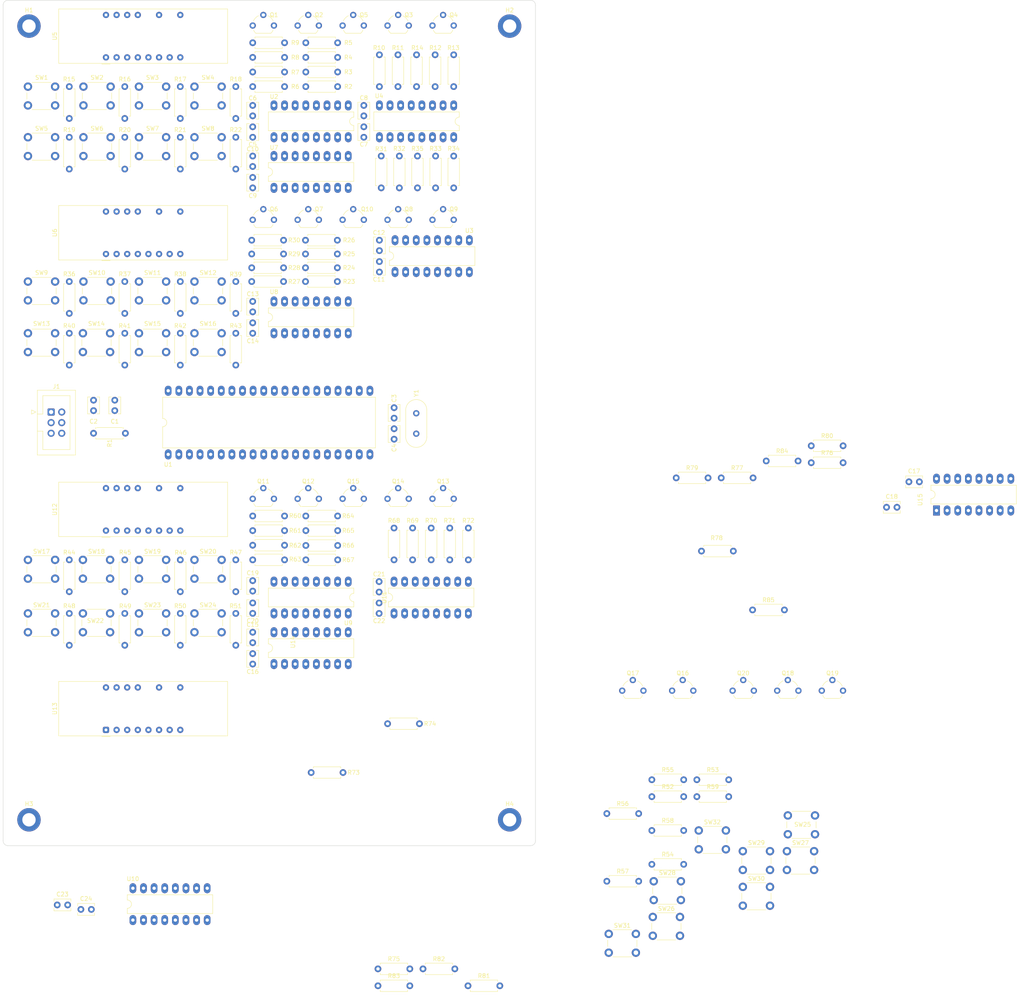
<source format=kicad_pcb>
(kicad_pcb (version 20211014) (generator pcbnew)
  (layers (0 "F.Cu" signal) (31 "B.Cu" signal) (34 "B.Paste" user) (35 "F.Paste" user) (36 "B.SilkS" user "B.Silkscreen") (37 "F.SilkS" user "F.Silkscreen") (38 "B.Mask" user) (39 "F.Mask" user) (44 "Edge.Cuts" user))
  (net 0 "")
  (net 3 "/MISO")
  (net 4 "/SCK")
  (net 5 "/MOSI")
  (net 6 "/Reset")
  (net 7 "Net-(Q6-Pad3)")
  (net 8 "Net-(Q7-Pad3)")
  (net 9 "Net-(Q8-Pad3)")
  (net 10 "Net-(Q9-Pad3)")
  (net 13 "Net-(R2-Pad1)")
  (net 21 "Net-(Q6-Pad2)")
  (net 22 "Net-(R3-Pad1)")
  (net 23 "Net-(Q10-Pad3)")
  (net 24 "Net-(R4-Pad1)")
  (net 25 "Net-(Q7-Pad2)")
  (net 26 "Net-(R5-Pad1)")
  (net 27 "Net-(R2-Pad2)")
  (net 28 "Net-(R6-Pad1)")
  (net 29 "Net-(Q8-Pad2)")
  (net 30 "Net-(R7-Pad1)")
  (net 31 "Net-(R7-Pad2)")
  (net 32 "Net-(R8-Pad1)")
  (net 33 "Net-(R8-Pad2)")
  (net 34 "+5V")
  (net 35 "GND")
  (net 36 "Net-(Q1-Pad2)")
  (net 37 "Net-(C3-Pad1)")
  (net 38 "Net-(Q1-Pad3)")
  (net 39 "Net-(Q2-Pad2)")
  (net 44 "Net-(C4-Pad1)")
  (net 45 "Net-(Q2-Pad3)")
  (net 46 "Net-(Q3-Pad2)")
  (net 47 "Net-(Q3-Pad3)")
  (net 48 "Net-(Q4-Pad2)")
  (net 49 "Net-(Q4-Pad3)")
  (net 50 "Net-(Q5-Pad2)")
  (net 51 "Net-(Q5-Pad3)")
  (net 52 "Net-(R9-Pad1)")
  (net 53 "Net-(R9-Pad2)")
  (net 54 "Net-(R3-Pad2)")
  (net 55 "Net-(R4-Pad2)")
  (net 56 "Net-(R5-Pad2)")
  (net 57 "Net-(R6-Pad2)")
  (net 58 "Net-(Q9-Pad2)")
  (net 59 "/PD0")
  (net 60 "Net-(Q10-Pad2)")
  (net 61 "/PD1")
  (net 62 "/PD2")
  (net 63 "/PD3")
  (net 64 "Net-(R44-Pad2)")
  (net 65 "Net-(R22-Pad2)")
  (net 66 "Net-(R45-Pad2)")
  (net 67 "/PA3")
  (net 68 "/PA2")
  (net 69 "/PA1")
  (net 70 "/PA0")
  (net 71 "/Display_life/D2_CA3")
  (net 72 "/Display_life/D2_CA5")
  (net 73 "/Display_life/D2_CA1")
  (net 74 "/Display_life/D2_CA2")
  (net 75 "/Display_life/D2_CA4")
  (net 76 "/Display_life/D1_CA1")
  (net 77 "/Display_life/D1_CA2")
  (net 78 "/Display_life/D1_CA3")
  (net 79 "/Display_life/D1_CA4")
  (net 80 "/Display_life/D1_CA5")
  (net 81 "/PB1")
  (net 82 "/PB2")
  (net 83 "/PB3")
  (net 84 "/Display_life/2nd_Bitshifter")
  (net 85 "Net-(R15-Pad2)")
  (net 86 "Net-(R16-Pad2)")
  (net 87 "Net-(R17-Pad2)")
  (net 88 "Net-(R18-Pad2)")
  (net 89 "Net-(R19-Pad2)")
  (net 90 "Net-(R20-Pad2)")
  (net 91 "Net-(R21-Pad2)")
  (net 92 "Net-(R23-Pad1)")
  (net 93 "Net-(R23-Pad2)")
  (net 94 "Net-(R24-Pad1)")
  (net 95 "Net-(R24-Pad2)")
  (net 96 "Net-(R25-Pad1)")
  (net 97 "Net-(R25-Pad2)")
  (net 98 "Net-(R26-Pad1)")
  (net 99 "Net-(R26-Pad2)")
  (net 100 "Net-(R27-Pad1)")
  (net 101 "Net-(R27-Pad2)")
  (net 102 "Net-(R28-Pad1)")
  (net 103 "Net-(R28-Pad2)")
  (net 104 "Net-(R29-Pad1)")
  (net 105 "Net-(R29-Pad2)")
  (net 106 "Net-(R30-Pad1)")
  (net 107 "Net-(R30-Pad2)")
  (net 108 "Net-(R36-Pad2)")
  (net 109 "Net-(R37-Pad2)")
  (net 110 "Net-(R38-Pad2)")
  (net 111 "Net-(R39-Pad2)")
  (net 112 "Net-(R40-Pad2)")
  (net 113 "Net-(R41-Pad2)")
  (net 114 "Net-(R42-Pad2)")
  (net 115 "Net-(R43-Pad2)")
  (net 116 "Net-(R46-Pad2)")
  (net 117 "Net-(R47-Pad2)")
  (net 118 "Net-(R48-Pad2)")
  (net 119 "Net-(R49-Pad2)")
  (net 120 "Net-(R50-Pad2)")
  (net 121 "Net-(R51-Pad2)")
  (net 122 "Net-(R52-Pad2)")
  (net 123 "Net-(R53-Pad2)")
  (net 124 "Net-(R54-Pad2)")
  (net 125 "Net-(R55-Pad2)")
  (net 126 "Net-(R56-Pad2)")
  (net 127 "Net-(R57-Pad2)")
  (net 128 "Net-(R58-Pad2)")
  (net 129 "Net-(R59-Pad2)")
  (net 130 "/Buttons_Row_1_and_2/Serial_2")
  (net 131 "/Buttons_Row_1_and_2/Serial_3")
  (net 132 "/Buttons_Row_3_and_4/Serial_4")
  (net 133 "Net-(Q11-Pad2)")
  (net 134 "Net-(Q11-Pad3)")
  (net 135 "Net-(Q12-Pad2)")
  (net 136 "Net-(Q12-Pad3)")
  (net 137 "Net-(Q13-Pad2)")
  (net 138 "Net-(Q13-Pad3)")
  (net 139 "Net-(Q14-Pad2)")
  (net 140 "Net-(Q14-Pad3)")
  (net 141 "Net-(Q15-Pad2)")
  (net 142 "Net-(Q15-Pad3)")
  (net 143 "Net-(Q16-Pad2)")
  (net 144 "Net-(Q16-Pad3)")
  (net 145 "Net-(Q17-Pad2)")
  (net 146 "Net-(Q17-Pad3)")
  (net 147 "Net-(Q18-Pad2)")
  (net 148 "Net-(Q18-Pad3)")
  (net 149 "Net-(Q19-Pad2)")
  (net 150 "Net-(Q19-Pad3)")
  (net 151 "Net-(Q20-Pad2)")
  (net 152 "Net-(Q20-Pad3)")
  (net 153 "/Display_3_and_4/D3_CA5")
  (net 154 "/Display_3_and_4/D3_CA4")
  (net 155 "/Display_3_and_4/D3_CA3")
  (net 156 "/Display_3_and_4/D3_CA2")
  (net 157 "/Display_3_and_4/D4_CA5")
  (net 158 "/Display_3_and_4/D3_CA1")
  (net 159 "/Display_3_and_4/D4_CA4")
  (net 160 "Net-(R67-Pad1)")
  (net 161 "Net-(R67-Pad2)")
  (net 162 "Net-(R60-Pad1)")
  (net 163 "Net-(R60-Pad2)")
  (net 164 "Net-(R61-Pad1)")
  (net 165 "Net-(R61-Pad2)")
  (net 166 "Net-(R62-Pad1)")
  (net 167 "Net-(R62-Pad2)")
  (net 168 "Net-(R63-Pad1)")
  (net 169 "Net-(R63-Pad2)")
  (net 170 "/Display_3_and_4/D4_CA3")
  (net 171 "Net-(R73-Pad1)")
  (net 172 "Net-(R73-Pad2)")
  (net 173 "Net-(R74-Pad1)")
  (net 174 "Net-(R74-Pad2)")
  (net 175 "Net-(R75-Pad1)")
  (net 176 "Net-(R75-Pad2)")
  (net 177 "/Display_3_and_4/D4_CA2")
  (net 178 "/Display_3_and_4/D4_CA1")
  (net 179 "Net-(R78-Pad1)")
  (net 180 "Net-(R78-Pad2)")
  (net 181 "Net-(R79-Pad1)")
  (net 182 "Net-(R79-Pad2)")
  (net 183 "Net-(R80-Pad1)")
  (net 184 "Net-(R80-Pad2)")
  (net 185 "Net-(R64-Pad1)")
  (net 186 "Net-(R64-Pad2)")
  (net 187 "Net-(R65-Pad1)")
  (net 188 "Net-(R65-Pad2)")
  (net 189 "Net-(R66-Pad1)")
  (net 190 "Net-(R66-Pad2)")
  (net 191 "Net-(R76-Pad1)")
  (net 192 "Net-(R76-Pad2)")
  (net 193 "Net-(R77-Pad1)")
  (net 194 "Net-(R77-Pad2)")
  (net 195 "/PA7")
  (net 196 "/PA6")
  (net 197 "/PA5")
  (net 198 "/PA4")
  (net 199 "/Display_3_and_4/4th_Bitshifter")
  (net 202 "/next_bitshifter")
  (footprint "Resistor_THT:R_Axial_DIN0207_L6.3mm_D2.5mm_P7.62mm_Horizontal" (layer "F.Cu") (at 99.045 33.838 180)
    (fp_text reference "R9")
    (fp_text value "100R")
  )
  (footprint "Resistor_THT:R_Axial_DIN0207_L6.3mm_D2.5mm_P7.62mm_Horizontal" (layer "F.Cu") (at 125.237 150.002 -90)
    (fp_text reference "R68")
    (fp_text value "4.7k")
  )
  (footprint "Resistor_THT:R_Axial_DIN0207_L6.3mm_D2.5mm_P7.62mm_Horizontal" (layer "F.Cu") (at 130.625666 44.338 90)
    (fp_text reference "R14")
    (fp_text value "4.7k")
  )
  (footprint "Resistor_THT:R_Axial_DIN0207_L6.3mm_D2.5mm_P7.62mm_Horizontal" (layer "F.Cu") (at 74.095425 64.078 90)
    (fp_text reference "R21")
    (fp_text value "10k")
  )
  (footprint "Capacitor_THT:C_Disc_D3.8mm_W2.6mm_P2.50mm" (layer "F.Cu") (at 91.425 167.934 -90)
    (fp_text reference "C20")
    (fp_text value "1nF")
  )
  (footprint "Button_Switch_THT:SW_PUSH_6mm_H5mm" (layer "F.Cu") (at 198.144 222.41)
    (fp_text reference "SW32")
    (fp_text value "~")
  )
  (footprint "Resistor_THT:R_Axial_DIN0207_L6.3mm_D2.5mm_P7.62mm_Horizontal" (layer "F.Cu") (at 98.806 91.001332 180)
    (fp_text reference "R27")
    (fp_text value "100R")
  )
  (footprint "Button_Switch_THT:SW_PUSH_6mm_H5mm" (layer "F.Cu") (at 64.20514 103.378)
    (fp_text reference "SW15")
    (fp_text value "/2")
  )
  (footprint "Resistor_THT:R_Axial_DIN0207_L6.3mm_D2.5mm_P7.62mm_Horizontal" (layer "F.Cu") (at 122.174 60.958 -90)
    (fp_text reference "R31")
    (fp_text value "4.7k")
  )
  (footprint "Button_Switch_THT:SW_PUSH_6mm_H5mm" (layer "F.Cu") (at 77.48571 91.001332)
    (fp_text reference "SW12")
    (fp_text value "-10")
  )
  (footprint "Capacitor_THT:C_Disc_D3.8mm_W2.6mm_P2.50mm" (layer "F.Cu") (at 91.425 51.338 90)
    (fp_text reference "C6")
    (fp_text value "1nF")
  )
  (footprint "Resistor_THT:R_Axial_DIN0207_L6.3mm_D2.5mm_P7.62mm_Horizontal" (layer "F.Cu") (at 111.675334 84.401332 180)
    (fp_text reference "R25")
    (fp_text value "100R")
  )
  (footprint "MountingHole:MountingHole_3.2mm_M3_DIN965_Pad" (layer "F.Cu") (at 37.8927 29.8483)
    (fp_text reference "H1")
    (fp_text value "MountingHole_Pad")
  )
  (footprint "Resistor_THT:R_Axial_DIN0207_L6.3mm_D2.5mm_P7.62mm_Horizontal" (layer "F.Cu") (at 87.376 165.242 90)
    (fp_text reference "R47")
    (fp_text value "10k")
  )
  (footprint "Capacitor_THT:C_Disc_D3.8mm_W2.6mm_P2.50mm" (layer "F.Cu") (at 91.425 66.078 -90)
    (fp_text reference "C9")
    (fp_text value "100pF")
  )
  (footprint "Crystal:Crystal_HC49-4H_Vertical" (layer "F.Cu") (at 130.556 127.418 90)
    (fp_text reference "Y1")
    (fp_text value "Crystal")
  )
  (footprint "Resistor_THT:R_Axial_DIN0207_L6.3mm_D2.5mm_P7.62mm_Horizontal" (layer "F.Cu") (at 104.125 147.122)
    (fp_text reference "R64")
    (fp_text value "100R")
  )
  (footprint "Resistor_THT:R_Axial_DIN0207_L6.3mm_D2.5mm_P7.62mm_Horizontal" (layer "F.Cu") (at 126.180666 44.338 90)
    (fp_text reference "R11")
    (fp_text value "4.7k")
  )
  (footprint "Capacitor_THT:C_Disc_D3.8mm_W2.6mm_P2.50mm" (layer "F.Cu") (at 243.078 145.034)
    (fp_text reference "C18")
    (fp_text value "~")
  )
  (footprint "Button_Switch_THT:SW_PUSH_6mm_H5mm" (layer "F.Cu") (at 77.48571 44.338)
    (fp_text reference "SW4")
    (fp_text value "-10")
  )
  (footprint "Resistor_THT:R_Axial_DIN0207_L6.3mm_D2.5mm_P7.62mm_Horizontal" (layer "F.Cu") (at 87.376 64.078 90)
    (fp_text reference "R22")
    (fp_text value "10k")
  )
  (footprint "Button_Switch_THT:SW_PUSH_6mm_H5mm" (layer "F.Cu") (at 176.604 247.16)
    (fp_text reference "SW31")
    (fp_text value "~")
  )
  (footprint "Resistor_THT:R_Axial_DIN0207_L6.3mm_D2.5mm_P7.62mm_Horizontal" (layer "F.Cu") (at 60.814855 51.958 90)
    (fp_text reference "R16")
    (fp_text value "10k")
  )
  (footprint "Resistor_THT:R_Axial_DIN0207_L6.3mm_D2.5mm_P7.62mm_Horizontal" (layer "F.Cu") (at 104.14 157.622)
    (fp_text reference "R67")
    (fp_text value "100R")
  )
  (footprint "Button_Switch_THT:SW_PUSH_6mm_H5mm" (layer "F.Cu") (at 208.694 227.36)
    (fp_text reference "SW29")
    (fp_text value "~")
  )
  (footprint "Button_Switch_THT:SW_PUSH_6mm_H5mm" (layer "F.Cu") (at 64.20514 44.338)
    (fp_text reference "SW3")
    (fp_text value "+10")
  )
  (footprint "Button_Switch_THT:SW_PUSH_6mm_H5mm" (layer "F.Cu") (at 50.798 157.622)
    (fp_text reference "SW18")
    (fp_text value "~")
  )
  (footprint "Resistor_THT:R_Axial_DIN0207_L6.3mm_D2.5mm_P7.62mm_Horizontal" (layer "F.Cu") (at 53.34 127.316519)
    (fp_text reference "R1")
    (fp_text value "10k")
  )
  (footprint "Resistor_THT:R_Axial_DIN0207_L6.3mm_D2.5mm_P7.62mm_Horizontal" (layer "F.Cu") (at 111.675334 81.101332 180)
    (fp_text reference "R26")
    (fp_text value "100R")
  )
  (footprint "Resistor_THT:R_Axial_DIN0207_L6.3mm_D2.5mm_P7.62mm_Horizontal" (layer "F.Cu") (at 47.534285 165.242 90)
    (fp_text reference "R44")
    (fp_text value "10k")
  )
  (footprint "Resistor_THT:R_Axial_DIN0207_L6.3mm_D2.5mm_P7.62mm_Horizontal" (layer "F.Cu") (at 91.425 150.622)
    (fp_text reference "R61")
    (fp_text value "100R")
  )
  (footprint "Package_TO_SOT_THT:TO-92_Wide" (layer "F.Cu") (at 102.177666 76.221332)
    (fp_text reference "Q7")
    (fp_text value "2SA1015")
  )
  (footprint "Button_Switch_THT:SW_PUSH_6mm_H5mm" (layer "F.Cu") (at 50.92457 91.001332)
    (fp_text reference "SW10")
    (fp_text value "+1")
  )
  (footprint "Capacitor_THT:C_Disc_D3.8mm_W2.6mm_P2.50mm" (layer "F.Cu") (at 121.666 167.949 -90)
    (fp_text reference "C22")
    (fp_text value "1nF")
  )
  (footprint "Capacitor_THT:C_Disc_D3.8mm_W2.6mm_P2.50mm" (layer "F.Cu") (at 91.425 165.1 90)
    (fp_text reference "C19")
    (fp_text value "100pF")
  )
  (footprint "Capacitor_THT:C_Disc_D3.8mm_W2.6mm_P2.50mm" (layer "F.Cu") (at 91.425 98.258 90)
    (fp_text reference "C13")
    (fp_text value "100pF")
  )
  (footprint "Resistor_THT:R_Axial_DIN0207_L6.3mm_D2.5mm_P7.62mm_Horizontal" (layer "F.Cu") (at 60.814855 110.998 90)
    (fp_text reference "R41")
    (fp_text value "10k")
  )
  (footprint "Resistor_THT:R_Axial_DIN0207_L6.3mm_D2.5mm_P7.62mm_Horizontal" (layer "F.Cu") (at 139.515666 60.958 -90)
    (fp_text reference "R34")
    (fp_text value "4.7k")
  )
  (footprint "Display_7Segment:LTC-4627Jx" (layer "F.Cu") (at 56.315425 150.622 90)
    (fp_text reference "U12")
    (fp_text value "LTC-4627JF")
  )
  (footprint "Capacitor_THT:C_Disc_D3.8mm_W2.6mm_P2.50mm" (layer "F.Cu") (at 58.42 119.4 -90)
    (fp_text reference "C1")
    (fp_text value "100pF")
  )
  (footprint "Package_DIP:DIP-16_W7.62mm_LongPads" (layer "F.Cu") (at 62.753 243.855 90)
    (fp_text reference "U10")
    (fp_text value "74HC595")
  )
  (footprint "Button_Switch_THT:SW_PUSH_6mm_H5mm" (layer "F.Cu") (at 219.464 218.81)
    (fp_text reference "SW25")
    (fp_text value "~")
  )
  (footprint "Button_Switch_THT:SW_PUSH_6mm_H5mm" (layer "F.Cu") (at 64.20514 157.622)
    (fp_text reference "SW19")
    (fp_text value "~")
  )
  (footprint "Resistor_THT:R_Axial_DIN0207_L6.3mm_D2.5mm_P7.62mm_Horizontal" (layer "F.Cu") (at 129.682 150.002 -90)
    (fp_text reference "R69")
    (fp_text value "4.7k")
  )
  (footprint "MountingHole:MountingHole_3.2mm_M3_DIN965_Pad" (layer "F.Cu") (at 152.8927 219.8483)
    (fp_text reference "H4")
    (fp_text value "MountingHole_Pad")
  )
  (footprint "Resistor_THT:R_Axial_DIN0207_L6.3mm_D2.5mm_P7.62mm_Horizontal" (layer "F.Cu") (at 111.675334 91.001332 180)
    (fp_text reference "R23")
    (fp_text value "100R")
  )
  (footprint "Resistor_THT:R_Axial_DIN0207_L6.3mm_D2.5mm_P7.62mm_Horizontal" (layer "F.Cu") (at 176.154 218.36)
    (fp_text reference "R56")
    (fp_text value "10k")
  )
  (footprint "Resistor_THT:R_Axial_DIN0207_L6.3mm_D2.5mm_P7.62mm_Horizontal" (layer "F.Cu") (at 60.814855 165.242 90)
    (fp_text reference "R45")
    (fp_text value "10k")
  )
  (footprint "Resistor_THT:R_Axial_DIN0207_L6.3mm_D2.5mm_P7.62mm_Horizontal" (layer "F.Cu") (at 214.292 133.95)
    (fp_text reference "R84")
    (fp_text value "4.7k")
  )
  (footprint "Resistor_THT:R_Axial_DIN0207_L6.3mm_D2.5mm_P7.62mm_Horizontal" (layer "F.Cu") (at 197.694 210.26)
    (fp_text reference "R53")
    (fp_text value "10k")
  )
  (footprint "Capacitor_THT:C_Disc_D3.8mm_W2.6mm_P2.50mm" (layer "F.Cu") (at 125.256 123.698 90)
    (fp_text reference "C3")
    (fp_text value "22pf")
  )
  (footprint "Resistor_THT:R_Axial_DIN0207_L6.3mm_D2.5mm_P7.62mm_Horizontal" (layer "F.Cu") (at 91.425 157.622)
    (fp_text reference "R63")
    (fp_text value "100R")
  )
  (footprint "Resistor_THT:R_Axial_DIN0207_L6.3mm_D2.5mm_P7.62mm_Horizontal" (layer "F.Cu") (at 98.806 84.401332 180)
    (fp_text reference "R29")
    (fp_text value "100R")
  )
  (footprint "Button_Switch_THT:SW_PUSH_6mm_H5mm" (layer "F.Cu") (at 64.20514 91.001332)
    (fp_text reference "SW11")
    (fp_text value "+10")
  )
  (footprint "Resistor_THT:R_Axial_DIN0207_L6.3mm_D2.5mm_P7.62mm_Horizontal" (layer "F.Cu") (at 99.045 37.338 180)
    (fp_text reference "R8")
    (fp_text value "100R")
  )
  (footprint "Capacitor_THT:C_Disc_D3.8mm_W2.6mm_P2.50mm" (layer "F.Cu") (at 91.425 100.878 -90)
    (fp_text reference "C14")
    (fp_text value "1nF")
  )
  (footprint "Resistor_THT:R_Axial_DIN0207_L6.3mm_D2.5mm_P7.62mm_Horizontal" (layer "F.Cu") (at 192.752 138)
    (fp_text reference "R79")
    (fp_text value "100R")
  )
  (footprint "Button_Switch_THT:SW_PUSH_6mm_H5mm" (layer "F.Cu") (at 50.798 170.449)
    (fp_text reference "SW22")
    (fp_text value "~")
  )
  (footprint "Resistor_THT:R_Axial_DIN0207_L6.3mm_D2.5mm_P7.62mm_Horizontal" (layer "F.Cu") (at 91.425 154.122)
    (fp_text reference "R62")
    (fp_text value "100R")
  )
  (footprint "Package_TO_SOT_THT:TO-92_Wide" (layer "F.Cu") (at 179.832 188.939)
    (fp_text reference "Q17")
    (fp_text value "2SA1015")
  )
  (footprint "Button_Switch_THT:SW_PUSH_6mm_H5mm" (layer "F.Cu") (at 64.20514 170.449)
    (fp_text reference "SW23")
    (fp_text value "~")
  )
  (footprint "Button_Switch_THT:SW_PUSH_6mm_H5mm" (layer "F.Cu") (at 187.374 234.56)
    (fp_text reference "SW28")
    (fp_text value "~")
  )
  (footprint "Resistor_THT:R_Axial_DIN0207_L6.3mm_D2.5mm_P7.62mm_Horizontal" (layer "F.Cu") (at 186.924 210.26)
    (fp_text reference "R55")
    (fp_text value "10k")
  )
  (footprint "Resistor_THT:R_Axial_DIN0207_L6.3mm_D2.5mm_P7.62mm_Horizontal" (layer "F.Cu") (at 98.806 81.101332 180)
    (fp_text reference "R30")
    (fp_text value "100R")
  )
  (footprint "Button_Switch_THT:SW_PUSH_6mm_H5mm" (layer "F.Cu") (at 37.644 56.458)
    (fp_text reference "SW5")
    (fp_text value "-1")
  )
  (footprint "Resistor_THT:R_Axial_DIN0207_L6.3mm_D2.5mm_P7.62mm_Horizontal" (layer "F.Cu") (at 186.924 214.31)
    (fp_text reference "R52")
    (fp_text value "10k")
  )
  (footprint "Package_DIP:DIP-40_W15.24mm_LongPads" (layer "F.Cu") (at 71.200972 132.381519 90)
    (fp_text reference "U1")
    (fp_text value "ATmega32A-P")
  )
  (footprint "Display_7Segment:LTC-4627Jx" (layer "F.Cu") (at 56.315425 84.401332 90)
    (fp_text reference "U6")
    (fp_text value "LTC-4627JF")
  )
  (footprint "Resistor_THT:R_Axial_DIN0207_L6.3mm_D2.5mm_P7.62mm_Horizontal" (layer "F.Cu") (at 135.180248 60.958 -90)
    (fp_text reference "R33")
    (fp_text value "4.7k")
  )
  (footprint "Resistor_THT:R_Axial_DIN0207_L6.3mm_D2.5mm_P7.62mm_Horizontal" (layer "F.Cu") (at 121.735666 44.338 90)
    (fp_text reference "R10")
    (fp_text value "4.7k")
  )
  (footprint "Capacitor_THT:C_Disc_D3.8mm_W2.6mm_P2.50mm" (layer "F.Cu") (at 53.34 119.4 -90)
    (fp_text reference "C2")
    (fp_text value "1nF")
  )
  (footprint "Resistor_THT:R_Axial_DIN0207_L6.3mm_D2.5mm_P7.62mm_Horizontal" (layer "F.Cu") (at 225.062 134.37)
    (fp_text reference "R76")
    (fp_text value "100R")
  )
  (footprint "Capacitor_THT:C_Disc_D3.8mm_W2.6mm_P2.50mm" (layer "F.Cu") (at 44.652 240.23)
    (fp_text reference "C23")
    (fp_text value "100pF")
  )
  (footprint "Package_TO_SOT_THT:TO-92_Wide" (layer "F.Cu") (at 206.248 188.939)
    (fp_text reference "Q20")
    (fp_text value "2SA1015")
  )
  (footprint "Button_Switch_THT:SW_PUSH_6mm_H5mm" (layer "F.Cu") (at 77.48571 56.458)
    (fp_text reference "SW8")
    (fp_text value "Random")
  )
  (footprint "Resistor_THT:R_Axial_DIN0207_L6.3mm_D2.5mm_P7.62mm_Horizontal" (layer "F.Cu") (at 139.515666 44.338 90)
    (fp_text reference "R13")
    (fp_text value "4.7k")
  )
  (footprint "Resistor_THT:R_Axial_DIN0207_L6.3mm_D2.5mm_P7.62mm_Horizontal" (layer "F.Cu") (at 186.924 222.41)
    (fp_text reference "R58")
    (fp_text value "10k")
  )
  (footprint "Resistor_THT:R_Axial_DIN0207_L6.3mm_D2.5mm_P7.62mm_Horizontal" (layer "F.Cu") (at 121.394 255.536)
    (fp_text reference "R75")
    (fp_text value "100R")
  )
  (footprint "Capacitor_THT:C_Disc_D3.8mm_W2.6mm_P2.50mm" (layer "F.Cu") (at 121.735666 83.601332 90)
    (fp_text reference "C12")
    (fp_text value "1nF")
  )
  (footprint "Package_DIP:DIP-16_W7.62mm_LongPads" (layer "F.Cu") (at 125.237 170.449 90)
    (fp_text reference "U11")
    (fp_text value "4028")
  )
  (footprint "Package_DIP:DIP-16_W7.62mm_LongPads" (layer "F.Cu") (at 96.505 68.578 90)
    (fp_text reference "U7")
    (fp_text value "74HC165")
  )
  (footprint "Resistor_THT:R_Axial_DIN0207_L6.3mm_D2.5mm_P7.62mm_Horizontal" (layer "F.Cu") (at 135.070666 44.338 90)
    (fp_text reference "R12")
    (fp_text value "4.7k")
  )
  (footprint "Button_Switch_THT:SW_PUSH_6mm_H5mm" (layer "F.Cu") (at 50.92457 44.338)
    (fp_text reference "SW2")
    (fp_text value "+1")
  )
  (footprint "Package_DIP:DIP-16_W7.62mm_LongPads" (layer "F.Cu") (at 125.476 88.721332 90)
    (fp_text reference "U3")
    (fp_text value "74HC595")
  )
  (footprint "MountingHole:MountingHole_3.2mm_M3_DIN965_Pad" (layer "F.Cu") (at 152.8929 29.8482)
    (fp_text reference "H2")
    (fp_text value "MountingHole_Pad")
  )
  (footprint "Resistor_THT:R_Axial_DIN0207_L6.3mm_D2.5mm_P7.62mm_Horizontal" (layer "F.Cu") (at 98.806 87.701332 180)
    (fp_text reference "R28")
    (fp_text value "100R")
  )
  (footprint "Package_DIP:DIP-16_W7.62mm_LongPads" (layer "F.Cu") (at 114.285 48.838 -90)
    (fp_text reference "U2")
    (fp_text value "74HC595")
  )
  (footprint "Resistor_THT:R_Axial_DIN0207_L6.3mm_D2.5mm_P7.62mm_Horizontal" (layer "F.Cu") (at 60.814855 64.078 90)
    (fp_text reference "R20")
    (fp_text value "10k")
  )
  (footprint "Resistor_THT:R_Axial_DIN0207_L6.3mm_D2.5mm_P7.62mm_Horizontal" (layer "F.Cu") (at 99.045 40.838 180)
    (fp_text reference "R7")
    (fp_text value "100R")
  )
  (footprint "Package_TO_SOT_THT:TO-92_Wide" (layer "F.Cu") (at 134.435666 143.002)
    (fp_text reference "Q13")
    (fp_text value "2SA1015")
  )
  (footprint "Resistor_THT:R_Axial_DIN0207_L6.3mm_D2.5mm_P7.62mm_Horizontal" (layer "F.Cu") (at 47.534285 98.621332 90)
    (fp_text reference "R36")
    (fp_text value "10k")
  )
  (footprint "Resistor_THT:R_Axial_DIN0207_L6.3mm_D2.5mm_P7.62mm_Horizontal" (layer "F.Cu") (at 105.41 208.534)
    (fp_text reference "R73")
    (fp_text value "100R")
  )
  (footprint "Package_TO_SOT_THT:TO-92_Wide" (layer "F.Cu") (at 91.425 76.221332)
    (fp_text reference "Q6")
    (fp_text value "2SA1015")
  )
  (footprint "Capacitor_THT:C_Disc_D3.8mm_W2.6mm_P2.50mm" (layer "F.Cu") (at 118.010332 53.958 -90)
    (fp_text reference "C7")
    (fp_text value "100pF")
  )
  (footprint "Package_TO_SOT_THT:TO-92_Wide" (layer "F.Cu") (at 91.425 29.718)
    (fp_text reference "Q1")
    (fp_text value "2SA1015")
  )
  (footprint "Button_Switch_THT:SW_PUSH_6mm_H5mm" (layer "F.Cu") (at 50.92457 56.458)
    (fp_text reference "SW6")
    (fp_text value "x2")
  )
  (footprint "Resistor_THT:R_Axial_DIN0207_L6.3mm_D2.5mm_P7.62mm_Horizontal" (layer "F.Cu") (at 47.534285 178.069 90)
    (fp_text reference "R48")
    (fp_text value "10k")
  )
  (footprint "Capacitor_THT:C_Disc_D3.8mm_W2.6mm_P2.50mm" (layer "F.Cu") (at 118.010332 51.338 90)
    (fp_text reference "C8")
    (fp_text value "1nF")
  )
  (footprint "Button_Switch_THT:SW_PUSH_6mm_H5mm" (layer "F.Cu") (at 50.798 103.378)
    (fp_text reference "SW14")
    (fp_text value "x2")
  )
  (footprint "Package_TO_SOT_THT:TO-92_Wide" (layer "F.Cu") (at 91.425 143.002)
    (fp_text reference "Q11")
    (fp_text value "2SA1015")
  )
  (footprint "Package_TO_SOT_THT:TO-92_Wide" (layer "F.Cu") (at 191.77 188.939)
    (fp_text reference "Q16")
    (fp_text value "2SA1015")
  )
  (footprint "Button_Switch_THT:SW_PUSH_6mm_H5mm" (layer "F.Cu") (at 77.48571 157.622)
    (fp_text reference "SW20")
    (fp_text value "~")
  )
  (footprint "Package_DIP:DIP-16_W7.62mm_LongPads" (layer "F.Cu") (at 114.285 162.829 -90)
    (fp_text reference "U9")
    (fp_text value "74HC595")
  )
  (footprint "Button_Switch_THT:SW_PUSH_6mm_H5mm" (layer "F.Cu") (at 64.20514 56.458)
    (fp_text reference "SW7")
    (fp_text value "/2")
  )
  (footprint "Resistor_THT:R_Axial_DIN0207_L6.3mm_D2.5mm_P7.62mm_Horizontal" (layer "F.Cu") (at 143.017 150.002 -90)
    (fp_text reference "R72")
    (fp_text value "4.7k")
  )
  (footprint "Button_Switch_THT:SW_PUSH_6mm_H5mm" (layer "F.Cu") (at 77.48571 170.449)
    (fp_text reference "SW24")
    (fp_text value "~")
  )
  (footprint "Resistor_THT:R_Axial_DIN0207_L6.3mm_D2.5mm_P7.62mm_Horizontal" (layer "F.Cu") (at 111.745 40.838 180)
    (fp_text reference "R3")
    (fp_text value "100R")
  )
  (footprint "Package_TO_SOT_THT:TO-92_Wide" (layer "F.Cu") (at 216.916 188.939)
    (fp_text reference "Q18")
    (fp_text value "2SA1015")
  )
  (footprint "Capacitor_THT:C_Disc_D3.8mm_W2.6mm_P2.50mm" (layer "F.Cu") (at 91.425 53.958 -90)
    (fp_text reference "C5")
    (fp_text value "100pF")
  )
  (footprint "Resistor_THT:R_Axial_DIN0207_L6.3mm_D2.5mm_P7.62mm_Horizontal" (layer "F.Cu") (at 121.394 259.586)
    (fp_text reference "R83")
    (fp_text value "4.7k")
  )
  (footprint "Resistor_THT:R_Axial_DIN0207_L6.3mm_D2.5mm_P7.62mm_Horizontal" (layer "F.Cu") (at 111.675334 87.701332 180)
    (fp_text reference "R24")
    (fp_text value "100R")
  )
  (footprint "Resistor_THT:R_Axial_DIN0207_L6.3mm_D2.5mm_P7.62mm_Horizontal" (layer "F.Cu") (at 74.095425 98.621332 90)
    (fp_text reference "R38")
    (fp_text value "10k")
  )
  (footprint "Capacitor_THT:C_Disc_D3.8mm_W2.6mm_P2.50mm" (layer "F.Cu") (at 121.666 165.329 90)
    (fp_text reference "C21")
    (fp_text value "100pF")
  )
  (footprint "Package_TO_SOT_THT:TO-92_Wide" (layer "F.Cu") (at 112.930332 143.002)
    (fp_text reference "Q15")
    (fp_text value "2SA1015")
  )
  (footprint "Package_TO_SOT_THT:TO-92_Wide" (layer "F.Cu") (at 102.177666 29.718)
    (fp_text reference "Q2")
    (fp_text value "2SA1015")
  )
  (footprint "Resistor_THT:R_Axial_DIN0207_L6.3mm_D2.5mm_P7.62mm_Horizontal" (layer "F.Cu") (at 74.095425 178.069 90)
    (fp_text reference "R50")
    (fp_text value "10k")
  )
  (footprint "Resistor_THT:R_Axial_DIN0207_L6.3mm_D2.5mm_P7.62mm_Horizontal" (layer "F.Cu") (at 47.534285 51.958 90)
    (fp_text reference "R15")
    (fp_text value "10k")
  )
  (footprint "Resistor_THT:R_Axial_DIN0207_L6.3mm_D2.5mm_P7.62mm_Horizontal" (layer "F.Cu") (at 87.376 178.069 90)
    (fp_text reference "R51")
    (fp_text value "10k")
  )
  (footprint "Resistor_THT:R_Axial_DIN0207_L6.3mm_D2.5mm_P7.62mm_Horizontal" (layer "F.Cu") (at 142.934 259.586)
    (fp_text reference "R81")
    (fp_text value "4.7k")
  )
  (footprint "Resistor_THT:R_Axial_DIN0207_L6.3mm_D2.5mm_P7.62mm_Horizontal" (layer "F.Cu") (at 197.694 214.31)
    (fp_text reference "R59")
    (fp_text value "10k")
  )
  (footprint "Resistor_THT:R_Axial_DIN0207_L6.3mm_D2.5mm_P7.62mm_Horizontal" (layer "F.Cu") (at 87.376 110.998 90)
    (fp_text reference "R43")
    (fp_text value "10k")
  )
  (footprint "Package_DIP:DIP-16_W7.62mm_LongPads" (layer "F.Cu") (at 139.515666 48.838 -90)
    (fp_text reference "U4")
    (fp_text value "4028")
  )
  (footprint "Button_Switch_THT:SW_PUSH_6mm_H5mm" (layer "F.Cu") (at 208.694 235.91)
    (fp_text reference "SW30")
    (fp_text value "~")
  )
  (footprint "Resistor_THT:R_Axial_DIN0207_L6.3mm_D2.5mm_P7.62mm_Horizontal" (layer "F.Cu") (at 130.844832 60.958 -90)
    (fp_text reference "R35")
    (fp_text value "4.7k")
  )
  (footprint "Package_TO_SOT_THT:TO-92_Wide" (layer "F.Cu") (at 227.584 188.939)
    (fp_text reference "Q19")
    (fp_text value "2SA1015")
  )
  (footprint "Resistor_THT:R_Axial_DIN0207_L6.3mm_D2.5mm_P7.62mm_Horizontal" (layer "F.Cu") (at 111.745 33.838 180)
    (fp_text reference "R5")
    (fp_text value "100R")
  )
  (footprint "Resistor_THT:R_Axial_DIN0207_L6.3mm_D2.5mm_P7.62mm_Horizontal" (layer "F.Cu") (at 74.095425 110.998 90)
    (fp_text reference "R42")
    (fp_text value "10k")
  )
  (footprint "Package_TO_SOT_THT:TO-92_Wide" (layer "F.Cu") (at 123.682998 29.718)
    (fp_text reference "Q3")
    (fp_text value "2SA1015")
  )
  (footprint "Resistor_THT:R_Axial_DIN0207_L6.3mm_D2.5mm_P7.62mm_Horizontal" (layer "F.Cu") (at 134.127 150.002 -90)
    (fp_text reference "R70")
    (fp_text value "4.7k")
  )
  (footprint "Button_Switch_THT:SW_PUSH_6mm_H5mm" (layer "F.Cu") (at 219.244 227.36)
    (fp_text reference "SW27")
    (fp_text value "~")
  )
  (footprint "Resistor_THT:R_Axial_DIN0207_L6.3mm_D2.5mm_P7.62mm_Horizontal" (layer "F.Cu") (at 126.509416 60.958 -90)
    (fp_text reference "R32")
    (fp_text value "4.7k")
  )
  (footprint "Resistor_THT:R_Axial_DIN0207_L6.3mm_D2.5mm_P7.62mm_Horizontal" (layer "F.Cu") (at 99.045 44.338 180)
    (fp_text reference "R6")
    (fp_text value "100R")
  )
  (footprint "Capacitor_THT:C_Disc_D3.8mm_W2.6mm_P2.50mm" (layer "F.Cu") (at 121.735666 86.221332 -90)
    (fp_text reference "C11")
    (fp_text value "100pF")
  )
  (footprint "MountingHole:MountingHole_3.2mm_M3_DIN965_Pad" (layer "F.Cu") (at 37.8929 219.8482)
    (fp_text reference "H3")
    (fp_text value "MountingHole_Pad")
  )
  (footprint "Button_Switch_THT:SW_PUSH_6mm_H5mm" (layer "F.Cu") (at 37.644 157.622)
    (fp_text reference "SW17")
    (fp_text value "~")
  )
  (footprint "Resistor_THT:R_Axial_DIN0207_L6.3mm_D2.5mm_P7.62mm_Horizontal" (layer "F.Cu") (at 111.745 37.338 180)
    (fp_text reference "R4")
    (fp_text value "100R")
  )
  (footprint "Resistor_THT:R_Axial_DIN0207_L6.3mm_D2.5mm_P7.62mm_Horizontal" (layer "F.Cu") (at 111.745 44.338 180)
    (fp_text reference "R2")
    (fp_text value "100R")
  )
  (footprint "Button_Switch_THT:SW_PUSH_6mm_H5mm" (layer "F.Cu") (at 37.644 91.001332)
    (fp_text reference "SW9")
    (fp_text value "Reset")
  )
  (footprint "Capacitor_THT:C_Disc_D3.8mm_W2.6mm_P2.50mm" (layer "F.Cu") (at 50.312 241.3)
    (fp_text reference "C24")
    (fp_text value "1nF")
  )
  (footprint "Capacitor_THT:C_Disc_D3.8mm_W2.6mm_P2.50mm" (layer "F.Cu") (at 91.425 177.449 90)
    (fp_text reference "C15")
    (fp_text value "~")
  )
  (footprint "Package_DIP:DIP-16_W7.62mm_LongPads" (layer "F.Cu") (at 96.505 103.378 90)
    (fp_text reference "U8")
    (fp_text value "74HC165")
  )
  (footprint "Package_DIP:DIP-16_W7.62mm_LongPads" (layer "F.Cu") (at 96.505 182.569 90)
    (fp_text reference "U14")
    (fp_text value "~")
  )
  (footprint "Package_TO_SOT_THT:TO-92_Wide" (layer "F.Cu") (at 134.435666 76.221332)
    (fp_text reference "Q9")
    (fp_text value "2SA1015")
  )
  (footprint "Resistor_THT:R_Axial_DIN0207_L6.3mm_D2.5mm_P7.62mm_Horizontal" (layer "F.Cu") (at 132.164 255.536)
    (fp_text reference "R82")
    (fp_text value "4.7k")
  )
  (footprint "Button_Switch_THT:SW_PUSH_6mm_H5mm" (layer "F.Cu") (at 37.644 103.378)
    (fp_text reference "SW13")
    (fp_text value "-1")
  )
  (footprint "Resistor_THT:R_Axial_DIN0207_L6.3mm_D2.5mm_P7.62mm_Horizontal" (layer "F.Cu") (at 87.376 51.958 90)
    (fp_text reference "R18")
    (fp_text value "10k")
  )
  (footprint "Package_TO_SOT_THT:TO-92_Wide" (layer "F.Cu") (at 123.682998 76.221332)
    (fp_text reference "Q8")
    (fp_text value "2SA1015")
  )
  (footprint "Resistor_THT:R_Axial_DIN0207_L6.3mm_D2.5mm_P7.62mm_Horizontal" (layer "F.Cu") (at 47.534285 64.078 90)
    (fp_text reference "R19")
    (fp_text value "10k")
  )
  (footprint "Package_TO_SOT_THT:TO-92_Wide" (layer "F.Cu") (at 112.930332 76.221332)
    (fp_text reference "Q10")
    (fp_text value "2SA1015")
  )
  (footprint "Button_Switch_THT:SW_PUSH_6mm_H5mm" (layer "F.Cu") (at 77.48571 103.378)
    (fp_text reference "SW16")
    (fp_text value "Random")
  )
  (footprint "Resistor_THT:R_Axial_DIN0207_L6.3mm_D2.5mm_P7.62mm_Horizontal" (layer "F.Cu") (at 225.062 130.32)
    (fp_text reference "R80")
    (fp_text value "100R")
  )
  (footprint "Package_TO_SOT_THT:TO-92_Wide" (layer "F.Cu") (at 102.177666 143.002)
    (fp_text reference "Q12")
    (fp_text value "2SA1015")
  )
  (footprint "Connector_IDC:IDC-Header_2x03_P2.54mm_Vertical" (layer "F.Cu") (at 43.1895 122.236519)
    (fp_text reference "J1")
    (fp_text value "ISP-Port")
  )
  (footprint "Button_Switch_THT:SW_PUSH_6mm_H5mm" (layer "F.Cu") (at 187.154 243.11)
    (fp_text reference "SW26")
    (fp_text value "~")
  )
  (footprint "Capacitor_THT:C_Disc_D3.8mm_W2.6mm_P2.50mm" (layer "F.Cu") (at 248.432 138.938)
    (fp_text reference "C17")
    (fp_text value "~")
  )
  (footprint "Display_7Segment:LTC-4627Jx" (layer "F.Cu") (at 56.315425 37.338 90)
    (fp_text reference "U5")
    (fp_text value "LTC-4627JF")
  )
  (footprint "Package_TO_SOT_THT:TO-92_Wide" (layer "F.Cu") (at 112.930332 29.718)
    (fp_text reference "Q5")
    (fp_text value "2SA1015")
  )
  (footprint "Resistor_THT:R_Axial_DIN0207_L6.3mm_D2.5mm_P7.62mm_Horizontal" (layer "F.Cu") (at 74.095425 51.958 90)
    (fp_text reference "R17")
    (fp_text value "10k")
  )
  (footprint "Resistor_THT:R_Axial_DIN0207_L6.3mm_D2.5mm_P7.62mm_Horizontal" (layer "F.Cu") (at 104.14 154.178)
    (fp_text reference "R66")
    (fp_text value "100R")
  )
  (footprint "Resistor_THT:R_Axial_DIN0207_L6.3mm_D2.5mm_P7.62mm_Horizontal" (layer "F.Cu") (at 186.924 230.51)
    (fp_text reference "R54")
    (fp_text value "10k")
  )
  (footprint "Resistor_THT:R_Axial_DIN0207_L6.3mm_D2.5mm_P7.62mm_Horizontal" (layer "F.Cu") (at 104.14 150.622)
    (fp_text reference "R65")
    (fp_text value "100R")
  )
  (footprint "Button_Switch_THT:SW_PUSH_6mm_H5mm" (layer "F.Cu") (at 37.644 44.338)
    (fp_text reference "SW1")
    (fp_text value "Reset")
  )
  (footprint "Resistor_THT:R_Axial_DIN0207_L6.3mm_D2.5mm_P7.62mm_Horizontal" (layer "F.Cu") (at 91.425 147.122)
    (fp_text reference "R60")
    (fp_text value "100R")
  )
  (footprint "Resistor_THT:R_Axial_DIN0207_L6.3mm_D2.5mm_P7.62mm_Horizontal" (layer "F.Cu") (at 87.376 98.621332 90)
    (fp_text reference "R39")
    (fp_text value "10k")
  )
  (footprint "Capacitor_THT:C_Disc_D3.8mm_W2.6mm_P2.50mm" (layer "F.Cu") (at 91.425 63.458 90)
    (fp_text reference "C10")
    (fp_text value "1nF")
  )
  (footprint "Resistor_THT:R_Axial_DIN0207_L6.3mm_D2.5mm_P7.62mm_Horizontal" (layer "F.Cu") (at 138.572 150.002 -90)
    (fp_text reference "R71")
    (fp_text value "4.7k")
  )
  (footprint "Resistor_THT:R_Axial_DIN0207_L6.3mm_D2.5mm_P7.62mm_Horizontal" (layer "F.Cu") (at 60.814855 178.069 90)
    (fp_text reference "R49")
    (fp_text value "10k")
  )
  (footprint "Package_DIP:DIP-16_W7.62mm_LongPads" (layer "F.Cu") (at 255.031 145.811 90)
    (fp_text reference "U15")
    (fp_text value "~")
  )
  (footprint "Package_TO_SOT_THT:TO-92_Wide" (layer "F.Cu") (at 134.435666 29.718)
    (fp_text reference "Q4")
    (fp_text value "2SA1015")
  )
  (footprint "Resistor_THT:R_Axial_DIN0207_L6.3mm_D2.5mm_P7.62mm_Horizontal" (layer "F.Cu") (at 203.522 138)
    (fp_text reference "R77")
    (fp_text value "100R")
  )
  (footprint "Resistor_THT:R_Axial_DIN0207_L6.3mm_D2.5mm_P7.62mm_Horizontal" (layer "F.Cu") (at 211.022 169.61)
    (fp_text reference "R85")
    (fp_text value "4.7k")
  )
  (footprint "Resistor_THT:R_Axial_DIN0207_L6.3mm_D2.5mm_P7.62mm_Horizontal" (layer "F.Cu") (at 176.154 234.56)
    (fp_text reference "R57")
    (fp_text value "10k")
  )
  (footprint "Resistor_THT:R_Axial_DIN0207_L6.3mm_D2.5mm_P7.62mm_Horizontal" (layer "F.Cu") (at 47.534285 110.998 90)
    (fp_text reference "R40")
    (fp_text value "10k")
  )
  (footprint "Button_Switch_THT:SW_PUSH_6mm_H5mm" (layer "F.Cu") (at 37.644 170.449)
    (fp_text reference "SW21")
    (fp_text value "~")
  )
  (footprint "Resistor_THT:R_Axial_DIN0207_L6.3mm_D2.5mm_P7.62mm_Horizontal" (layer "F.Cu") (at 123.698 196.85)
    (fp_text reference "R74")
    (fp_text value "100R")
  )
  (footprint "Display_7Segment:LTC-4627Jx" (layer "F.Cu") (at 56.315425 198.329 90)
    (fp_text reference "U13")
    (fp_text value "LTC-4627JF")
  )
  (footprint "Resistor_THT:R_Axial_DIN0207_L6.3mm_D2.5mm_P7.62mm_Horizontal" (layer "F.Cu") (at 60.814855 98.621332 90)
    (fp_text reference "R37")
    (fp_text value "10k")
  )
  (footprint "Capacitor_THT:C_Disc_D3.8mm_W2.6mm_P2.50mm" (layer "F.Cu") (at 125.256 126.238 -90)
    (fp_text reference "C4")
    (fp_text value "22pF")
  )
  (footprint "Capacitor_THT:C_Disc_D3.8mm_W2.6mm_P2.50mm" (layer "F.Cu") (at 91.425 180.069 -90)
    (fp_text reference "C16")
    (fp_text value "~")
  )
  (footprint "Resistor_THT:R_Axial_DIN0207_L6.3mm_D2.5mm_P7.62mm_Horizontal" (layer "F.Cu") (at 198.798 155.522)
    (fp_text reference "R78")
    (fp_text value "100R")
  )
  (footprint "Package_TO_SOT_THT:TO-92_Wide" (layer "F.Cu") (at 123.682998 143.002)
    (fp_text reference "Q14")
    (fp_text value "2SA1015")
  )
  (footprint "Resistor_THT:R_Axial_DIN0207_L6.3mm_D2.5mm_P7.62mm_Horizontal" (layer "F.Cu") (at 74.095425 165.242 90)
    (fp_text reference "R46")
    (fp_text value "10k")
  )
  (gr_arc locked (start 157.959568 23.654062) (mid 158.784499 24.05107) (end 159.087025 24.915115) (layer "Edge.Cuts") (width 0.1))
  (gr_line locked (start 32.825972 226.042572) (end 157.825972 226.042572) (layer "Edge.Cuts") (width 0.1))
  (gr_arc locked (start 31.698515 24.781519) (mid 32.095536 23.956601) (end 32.959568 23.654062) (layer "Edge.Cuts") (width 0.1))
  (gr_line locked (start 157.959568 23.654062) (end 32.959568 23.654062) (layer "Edge.Cuts") (width 0.1))
  (gr_arc locked (start 159.087025 224.915115) (mid 158.690001 225.740033) (end 157.825972 226.042572) (layer "Edge.Cuts") (width 0.1))
  (gr_line locked (start 159.087025 24.915115) (end 159.087025 224.915115) (layer "Edge.Cuts") (width 0.1))
  (gr_arc locked (start 32.825972 226.042572) (mid 32.001109 225.645515) (end 31.698515 224.781519) (layer "Edge.Cuts") (width 0.1))
  (gr_line locked (start 31.698515 24.781519) (end 31.698515 224.781519) (layer "Edge.Cuts") (width 0.1))
)
</source>
